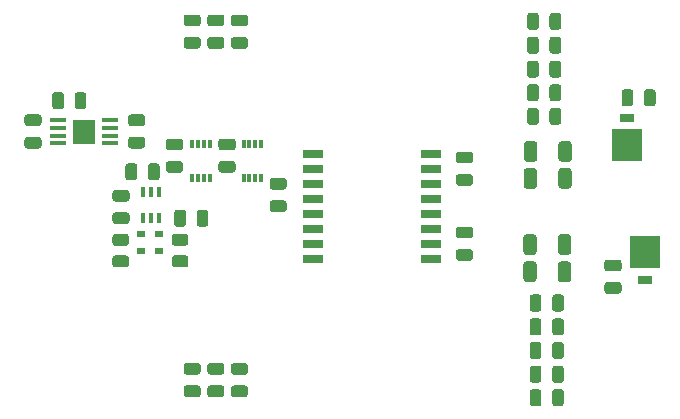
<source format=gtp>
G04 #@! TF.GenerationSoftware,KiCad,Pcbnew,(5.1.6)-1*
G04 #@! TF.CreationDate,2021-04-15T23:13:23+02:00*
G04 #@! TF.ProjectId,GateDriver,47617465-4472-4697-9665-722e6b696361,rev?*
G04 #@! TF.SameCoordinates,Original*
G04 #@! TF.FileFunction,Paste,Top*
G04 #@! TF.FilePolarity,Positive*
%FSLAX46Y46*%
G04 Gerber Fmt 4.6, Leading zero omitted, Abs format (unit mm)*
G04 Created by KiCad (PCBNEW (5.1.6)-1) date 2021-04-15 23:13:23*
%MOMM*%
%LPD*%
G01*
G04 APERTURE LIST*
%ADD10R,1.270000X0.762000*%
%ADD11R,2.540000X2.670000*%
%ADD12R,0.700000X0.600000*%
%ADD13R,0.400000X0.900000*%
%ADD14R,0.300000X0.800000*%
%ADD15R,1.846000X2.150000*%
%ADD16R,1.400000X0.450000*%
%ADD17R,1.800000X0.650000*%
G04 APERTURE END LIST*
D10*
X112625000Y-73701000D03*
D11*
X112625000Y-71350000D03*
D10*
X111100000Y-59974000D03*
D11*
X111100000Y-62325000D03*
D12*
X71475000Y-71250000D03*
X71475000Y-69850000D03*
X69950000Y-69850000D03*
X69950000Y-71250000D03*
G36*
G01*
X68700000Y-67100000D02*
X67750000Y-67100000D01*
G75*
G02*
X67500000Y-66850000I0J250000D01*
G01*
X67500000Y-66350000D01*
G75*
G02*
X67750000Y-66100000I250000J0D01*
G01*
X68700000Y-66100000D01*
G75*
G02*
X68950000Y-66350000I0J-250000D01*
G01*
X68950000Y-66850000D01*
G75*
G02*
X68700000Y-67100000I-250000J0D01*
G01*
G37*
G36*
G01*
X68700000Y-69000000D02*
X67750000Y-69000000D01*
G75*
G02*
X67500000Y-68750000I0J250000D01*
G01*
X67500000Y-68250000D01*
G75*
G02*
X67750000Y-68000000I250000J0D01*
G01*
X68700000Y-68000000D01*
G75*
G02*
X68950000Y-68250000I0J-250000D01*
G01*
X68950000Y-68750000D01*
G75*
G02*
X68700000Y-69000000I-250000J0D01*
G01*
G37*
G36*
G01*
X74625000Y-68975000D02*
X74625000Y-68025000D01*
G75*
G02*
X74875000Y-67775000I250000J0D01*
G01*
X75375000Y-67775000D01*
G75*
G02*
X75625000Y-68025000I0J-250000D01*
G01*
X75625000Y-68975000D01*
G75*
G02*
X75375000Y-69225000I-250000J0D01*
G01*
X74875000Y-69225000D01*
G75*
G02*
X74625000Y-68975000I0J250000D01*
G01*
G37*
G36*
G01*
X72725000Y-68975000D02*
X72725000Y-68025000D01*
G75*
G02*
X72975000Y-67775000I250000J0D01*
G01*
X73475000Y-67775000D01*
G75*
G02*
X73725000Y-68025000I0J-250000D01*
G01*
X73725000Y-68975000D01*
G75*
G02*
X73475000Y-69225000I-250000J0D01*
G01*
X72975000Y-69225000D01*
G75*
G02*
X72725000Y-68975000I0J250000D01*
G01*
G37*
G36*
G01*
X72774999Y-71637500D02*
X73675001Y-71637500D01*
G75*
G02*
X73925000Y-71887499I0J-249999D01*
G01*
X73925000Y-72412501D01*
G75*
G02*
X73675001Y-72662500I-249999J0D01*
G01*
X72774999Y-72662500D01*
G75*
G02*
X72525000Y-72412501I0J249999D01*
G01*
X72525000Y-71887499D01*
G75*
G02*
X72774999Y-71637500I249999J0D01*
G01*
G37*
G36*
G01*
X72774999Y-69812500D02*
X73675001Y-69812500D01*
G75*
G02*
X73925000Y-70062499I0J-249999D01*
G01*
X73925000Y-70587501D01*
G75*
G02*
X73675001Y-70837500I-249999J0D01*
G01*
X72774999Y-70837500D01*
G75*
G02*
X72525000Y-70587501I0J249999D01*
G01*
X72525000Y-70062499D01*
G75*
G02*
X72774999Y-69812500I249999J0D01*
G01*
G37*
G36*
G01*
X67749999Y-71637500D02*
X68650001Y-71637500D01*
G75*
G02*
X68900000Y-71887499I0J-249999D01*
G01*
X68900000Y-72412501D01*
G75*
G02*
X68650001Y-72662500I-249999J0D01*
G01*
X67749999Y-72662500D01*
G75*
G02*
X67500000Y-72412501I0J249999D01*
G01*
X67500000Y-71887499D01*
G75*
G02*
X67749999Y-71637500I249999J0D01*
G01*
G37*
G36*
G01*
X67749999Y-69812500D02*
X68650001Y-69812500D01*
G75*
G02*
X68900000Y-70062499I0J-249999D01*
G01*
X68900000Y-70587501D01*
G75*
G02*
X68650001Y-70837500I-249999J0D01*
G01*
X67749999Y-70837500D01*
G75*
G02*
X67500000Y-70587501I0J249999D01*
G01*
X67500000Y-70062499D01*
G75*
G02*
X67749999Y-69812500I249999J0D01*
G01*
G37*
D13*
X71400000Y-68500000D03*
X71400000Y-66300000D03*
X70750000Y-68500000D03*
X70750000Y-66300000D03*
X70100000Y-68500000D03*
X70100000Y-66300000D03*
D14*
X75750000Y-65050000D03*
X75750000Y-62250000D03*
X75250000Y-65050000D03*
X75250000Y-62250000D03*
X74750000Y-65050000D03*
X74750000Y-62250000D03*
X74250000Y-65050000D03*
X74250000Y-62250000D03*
X80100000Y-65050000D03*
X80100000Y-62250000D03*
X79600000Y-65050000D03*
X79600000Y-62250000D03*
X79100000Y-65050000D03*
X79100000Y-62250000D03*
X78600000Y-65050000D03*
X78600000Y-62250000D03*
D15*
X65100000Y-61175000D03*
D16*
X62900000Y-62150000D03*
X67300000Y-62150000D03*
X62900000Y-61500000D03*
X67300000Y-61500000D03*
X62900000Y-60850000D03*
X67300000Y-60850000D03*
X62900000Y-60200000D03*
X67300000Y-60200000D03*
G36*
G01*
X103412500Y-72399999D02*
X103412500Y-73650001D01*
G75*
G02*
X103162501Y-73900000I-249999J0D01*
G01*
X102537499Y-73900000D01*
G75*
G02*
X102287500Y-73650001I0J249999D01*
G01*
X102287500Y-72399999D01*
G75*
G02*
X102537499Y-72150000I249999J0D01*
G01*
X103162501Y-72150000D01*
G75*
G02*
X103412500Y-72399999I0J-249999D01*
G01*
G37*
G36*
G01*
X106337500Y-72399999D02*
X106337500Y-73650001D01*
G75*
G02*
X106087501Y-73900000I-249999J0D01*
G01*
X105462499Y-73900000D01*
G75*
G02*
X105212500Y-73650001I0J249999D01*
G01*
X105212500Y-72399999D01*
G75*
G02*
X105462499Y-72150000I249999J0D01*
G01*
X106087501Y-72150000D01*
G75*
G02*
X106337500Y-72399999I0J-249999D01*
G01*
G37*
G36*
G01*
X103412500Y-70099999D02*
X103412500Y-71350001D01*
G75*
G02*
X103162501Y-71600000I-249999J0D01*
G01*
X102537499Y-71600000D01*
G75*
G02*
X102287500Y-71350001I0J249999D01*
G01*
X102287500Y-70099999D01*
G75*
G02*
X102537499Y-69850000I249999J0D01*
G01*
X103162501Y-69850000D01*
G75*
G02*
X103412500Y-70099999I0J-249999D01*
G01*
G37*
G36*
G01*
X106337500Y-70099999D02*
X106337500Y-71350001D01*
G75*
G02*
X106087501Y-71600000I-249999J0D01*
G01*
X105462499Y-71600000D01*
G75*
G02*
X105212500Y-71350001I0J249999D01*
G01*
X105212500Y-70099999D01*
G75*
G02*
X105462499Y-69850000I249999J0D01*
G01*
X106087501Y-69850000D01*
G75*
G02*
X106337500Y-70099999I0J-249999D01*
G01*
G37*
G36*
G01*
X103462500Y-62224999D02*
X103462500Y-63475001D01*
G75*
G02*
X103212501Y-63725000I-249999J0D01*
G01*
X102587499Y-63725000D01*
G75*
G02*
X102337500Y-63475001I0J249999D01*
G01*
X102337500Y-62224999D01*
G75*
G02*
X102587499Y-61975000I249999J0D01*
G01*
X103212501Y-61975000D01*
G75*
G02*
X103462500Y-62224999I0J-249999D01*
G01*
G37*
G36*
G01*
X106387500Y-62224999D02*
X106387500Y-63475001D01*
G75*
G02*
X106137501Y-63725000I-249999J0D01*
G01*
X105512499Y-63725000D01*
G75*
G02*
X105262500Y-63475001I0J249999D01*
G01*
X105262500Y-62224999D01*
G75*
G02*
X105512499Y-61975000I249999J0D01*
G01*
X106137501Y-61975000D01*
G75*
G02*
X106387500Y-62224999I0J-249999D01*
G01*
G37*
G36*
G01*
X103450000Y-64499999D02*
X103450000Y-65750001D01*
G75*
G02*
X103200001Y-66000000I-249999J0D01*
G01*
X102574999Y-66000000D01*
G75*
G02*
X102325000Y-65750001I0J249999D01*
G01*
X102325000Y-64499999D01*
G75*
G02*
X102574999Y-64250000I249999J0D01*
G01*
X103200001Y-64250000D01*
G75*
G02*
X103450000Y-64499999I0J-249999D01*
G01*
G37*
G36*
G01*
X106375000Y-64499999D02*
X106375000Y-65750001D01*
G75*
G02*
X106125001Y-66000000I-249999J0D01*
G01*
X105499999Y-66000000D01*
G75*
G02*
X105250000Y-65750001I0J249999D01*
G01*
X105250000Y-64499999D01*
G75*
G02*
X105499999Y-64250000I249999J0D01*
G01*
X106125001Y-64250000D01*
G75*
G02*
X106375000Y-64499999I0J-249999D01*
G01*
G37*
G36*
G01*
X76725000Y-63650000D02*
X77675000Y-63650000D01*
G75*
G02*
X77925000Y-63900000I0J-250000D01*
G01*
X77925000Y-64400000D01*
G75*
G02*
X77675000Y-64650000I-250000J0D01*
G01*
X76725000Y-64650000D01*
G75*
G02*
X76475000Y-64400000I0J250000D01*
G01*
X76475000Y-63900000D01*
G75*
G02*
X76725000Y-63650000I250000J0D01*
G01*
G37*
G36*
G01*
X76725000Y-61750000D02*
X77675000Y-61750000D01*
G75*
G02*
X77925000Y-62000000I0J-250000D01*
G01*
X77925000Y-62500000D01*
G75*
G02*
X77675000Y-62750000I-250000J0D01*
G01*
X76725000Y-62750000D01*
G75*
G02*
X76475000Y-62500000I0J250000D01*
G01*
X76475000Y-62000000D01*
G75*
G02*
X76725000Y-61750000I250000J0D01*
G01*
G37*
G36*
G01*
X72275000Y-63650000D02*
X73225000Y-63650000D01*
G75*
G02*
X73475000Y-63900000I0J-250000D01*
G01*
X73475000Y-64400000D01*
G75*
G02*
X73225000Y-64650000I-250000J0D01*
G01*
X72275000Y-64650000D01*
G75*
G02*
X72025000Y-64400000I0J250000D01*
G01*
X72025000Y-63900000D01*
G75*
G02*
X72275000Y-63650000I250000J0D01*
G01*
G37*
G36*
G01*
X72275000Y-61750000D02*
X73225000Y-61750000D01*
G75*
G02*
X73475000Y-62000000I0J-250000D01*
G01*
X73475000Y-62500000D01*
G75*
G02*
X73225000Y-62750000I-250000J0D01*
G01*
X72275000Y-62750000D01*
G75*
G02*
X72025000Y-62500000I0J250000D01*
G01*
X72025000Y-62000000D01*
G75*
G02*
X72275000Y-61750000I250000J0D01*
G01*
G37*
G36*
G01*
X69600000Y-64100000D02*
X69600000Y-65050000D01*
G75*
G02*
X69350000Y-65300000I-250000J0D01*
G01*
X68850000Y-65300000D01*
G75*
G02*
X68600000Y-65050000I0J250000D01*
G01*
X68600000Y-64100000D01*
G75*
G02*
X68850000Y-63850000I250000J0D01*
G01*
X69350000Y-63850000D01*
G75*
G02*
X69600000Y-64100000I0J-250000D01*
G01*
G37*
G36*
G01*
X71500000Y-64100000D02*
X71500000Y-65050000D01*
G75*
G02*
X71250000Y-65300000I-250000J0D01*
G01*
X70750000Y-65300000D01*
G75*
G02*
X70500000Y-65050000I0J250000D01*
G01*
X70500000Y-64100000D01*
G75*
G02*
X70750000Y-63850000I250000J0D01*
G01*
X71250000Y-63850000D01*
G75*
G02*
X71500000Y-64100000I0J-250000D01*
G01*
G37*
G36*
G01*
X103825000Y-75200000D02*
X103825000Y-76150000D01*
G75*
G02*
X103575000Y-76400000I-250000J0D01*
G01*
X103075000Y-76400000D01*
G75*
G02*
X102825000Y-76150000I0J250000D01*
G01*
X102825000Y-75200000D01*
G75*
G02*
X103075000Y-74950000I250000J0D01*
G01*
X103575000Y-74950000D01*
G75*
G02*
X103825000Y-75200000I0J-250000D01*
G01*
G37*
G36*
G01*
X105725000Y-75200000D02*
X105725000Y-76150000D01*
G75*
G02*
X105475000Y-76400000I-250000J0D01*
G01*
X104975000Y-76400000D01*
G75*
G02*
X104725000Y-76150000I0J250000D01*
G01*
X104725000Y-75200000D01*
G75*
G02*
X104975000Y-74950000I250000J0D01*
G01*
X105475000Y-74950000D01*
G75*
G02*
X105725000Y-75200000I0J-250000D01*
G01*
G37*
G36*
G01*
X103825000Y-77225000D02*
X103825000Y-78175000D01*
G75*
G02*
X103575000Y-78425000I-250000J0D01*
G01*
X103075000Y-78425000D01*
G75*
G02*
X102825000Y-78175000I0J250000D01*
G01*
X102825000Y-77225000D01*
G75*
G02*
X103075000Y-76975000I250000J0D01*
G01*
X103575000Y-76975000D01*
G75*
G02*
X103825000Y-77225000I0J-250000D01*
G01*
G37*
G36*
G01*
X105725000Y-77225000D02*
X105725000Y-78175000D01*
G75*
G02*
X105475000Y-78425000I-250000J0D01*
G01*
X104975000Y-78425000D01*
G75*
G02*
X104725000Y-78175000I0J250000D01*
G01*
X104725000Y-77225000D01*
G75*
G02*
X104975000Y-76975000I250000J0D01*
G01*
X105475000Y-76975000D01*
G75*
G02*
X105725000Y-77225000I0J-250000D01*
G01*
G37*
G36*
G01*
X103825000Y-79225000D02*
X103825000Y-80175000D01*
G75*
G02*
X103575000Y-80425000I-250000J0D01*
G01*
X103075000Y-80425000D01*
G75*
G02*
X102825000Y-80175000I0J250000D01*
G01*
X102825000Y-79225000D01*
G75*
G02*
X103075000Y-78975000I250000J0D01*
G01*
X103575000Y-78975000D01*
G75*
G02*
X103825000Y-79225000I0J-250000D01*
G01*
G37*
G36*
G01*
X105725000Y-79225000D02*
X105725000Y-80175000D01*
G75*
G02*
X105475000Y-80425000I-250000J0D01*
G01*
X104975000Y-80425000D01*
G75*
G02*
X104725000Y-80175000I0J250000D01*
G01*
X104725000Y-79225000D01*
G75*
G02*
X104975000Y-78975000I250000J0D01*
G01*
X105475000Y-78975000D01*
G75*
G02*
X105725000Y-79225000I0J-250000D01*
G01*
G37*
G36*
G01*
X103825000Y-81225000D02*
X103825000Y-82175000D01*
G75*
G02*
X103575000Y-82425000I-250000J0D01*
G01*
X103075000Y-82425000D01*
G75*
G02*
X102825000Y-82175000I0J250000D01*
G01*
X102825000Y-81225000D01*
G75*
G02*
X103075000Y-80975000I250000J0D01*
G01*
X103575000Y-80975000D01*
G75*
G02*
X103825000Y-81225000I0J-250000D01*
G01*
G37*
G36*
G01*
X105725000Y-81225000D02*
X105725000Y-82175000D01*
G75*
G02*
X105475000Y-82425000I-250000J0D01*
G01*
X104975000Y-82425000D01*
G75*
G02*
X104725000Y-82175000I0J250000D01*
G01*
X104725000Y-81225000D01*
G75*
G02*
X104975000Y-80975000I250000J0D01*
G01*
X105475000Y-80975000D01*
G75*
G02*
X105725000Y-81225000I0J-250000D01*
G01*
G37*
G36*
G01*
X103825000Y-83225000D02*
X103825000Y-84175000D01*
G75*
G02*
X103575000Y-84425000I-250000J0D01*
G01*
X103075000Y-84425000D01*
G75*
G02*
X102825000Y-84175000I0J250000D01*
G01*
X102825000Y-83225000D01*
G75*
G02*
X103075000Y-82975000I250000J0D01*
G01*
X103575000Y-82975000D01*
G75*
G02*
X103825000Y-83225000I0J-250000D01*
G01*
G37*
G36*
G01*
X105725000Y-83225000D02*
X105725000Y-84175000D01*
G75*
G02*
X105475000Y-84425000I-250000J0D01*
G01*
X104975000Y-84425000D01*
G75*
G02*
X104725000Y-84175000I0J250000D01*
G01*
X104725000Y-83225000D01*
G75*
G02*
X104975000Y-82975000I250000J0D01*
G01*
X105475000Y-82975000D01*
G75*
G02*
X105725000Y-83225000I0J-250000D01*
G01*
G37*
G36*
G01*
X77775000Y-82650000D02*
X78725000Y-82650000D01*
G75*
G02*
X78975000Y-82900000I0J-250000D01*
G01*
X78975000Y-83400000D01*
G75*
G02*
X78725000Y-83650000I-250000J0D01*
G01*
X77775000Y-83650000D01*
G75*
G02*
X77525000Y-83400000I0J250000D01*
G01*
X77525000Y-82900000D01*
G75*
G02*
X77775000Y-82650000I250000J0D01*
G01*
G37*
G36*
G01*
X77775000Y-80750000D02*
X78725000Y-80750000D01*
G75*
G02*
X78975000Y-81000000I0J-250000D01*
G01*
X78975000Y-81500000D01*
G75*
G02*
X78725000Y-81750000I-250000J0D01*
G01*
X77775000Y-81750000D01*
G75*
G02*
X77525000Y-81500000I0J250000D01*
G01*
X77525000Y-81000000D01*
G75*
G02*
X77775000Y-80750000I250000J0D01*
G01*
G37*
G36*
G01*
X75775000Y-82650000D02*
X76725000Y-82650000D01*
G75*
G02*
X76975000Y-82900000I0J-250000D01*
G01*
X76975000Y-83400000D01*
G75*
G02*
X76725000Y-83650000I-250000J0D01*
G01*
X75775000Y-83650000D01*
G75*
G02*
X75525000Y-83400000I0J250000D01*
G01*
X75525000Y-82900000D01*
G75*
G02*
X75775000Y-82650000I250000J0D01*
G01*
G37*
G36*
G01*
X75775000Y-80750000D02*
X76725000Y-80750000D01*
G75*
G02*
X76975000Y-81000000I0J-250000D01*
G01*
X76975000Y-81500000D01*
G75*
G02*
X76725000Y-81750000I-250000J0D01*
G01*
X75775000Y-81750000D01*
G75*
G02*
X75525000Y-81500000I0J250000D01*
G01*
X75525000Y-81000000D01*
G75*
G02*
X75775000Y-80750000I250000J0D01*
G01*
G37*
G36*
G01*
X73775000Y-82650000D02*
X74725000Y-82650000D01*
G75*
G02*
X74975000Y-82900000I0J-250000D01*
G01*
X74975000Y-83400000D01*
G75*
G02*
X74725000Y-83650000I-250000J0D01*
G01*
X73775000Y-83650000D01*
G75*
G02*
X73525000Y-83400000I0J250000D01*
G01*
X73525000Y-82900000D01*
G75*
G02*
X73775000Y-82650000I250000J0D01*
G01*
G37*
G36*
G01*
X73775000Y-80750000D02*
X74725000Y-80750000D01*
G75*
G02*
X74975000Y-81000000I0J-250000D01*
G01*
X74975000Y-81500000D01*
G75*
G02*
X74725000Y-81750000I-250000J0D01*
G01*
X73775000Y-81750000D01*
G75*
G02*
X73525000Y-81500000I0J250000D01*
G01*
X73525000Y-81000000D01*
G75*
G02*
X73775000Y-80750000I250000J0D01*
G01*
G37*
G36*
G01*
X110350000Y-73000000D02*
X109400000Y-73000000D01*
G75*
G02*
X109150000Y-72750000I0J250000D01*
G01*
X109150000Y-72250000D01*
G75*
G02*
X109400000Y-72000000I250000J0D01*
G01*
X110350000Y-72000000D01*
G75*
G02*
X110600000Y-72250000I0J-250000D01*
G01*
X110600000Y-72750000D01*
G75*
G02*
X110350000Y-73000000I-250000J0D01*
G01*
G37*
G36*
G01*
X110350000Y-74900000D02*
X109400000Y-74900000D01*
G75*
G02*
X109150000Y-74650000I0J250000D01*
G01*
X109150000Y-74150000D01*
G75*
G02*
X109400000Y-73900000I250000J0D01*
G01*
X110350000Y-73900000D01*
G75*
G02*
X110600000Y-74150000I0J-250000D01*
G01*
X110600000Y-74650000D01*
G75*
G02*
X110350000Y-74900000I-250000J0D01*
G01*
G37*
G36*
G01*
X97775000Y-70200000D02*
X96825000Y-70200000D01*
G75*
G02*
X96575000Y-69950000I0J250000D01*
G01*
X96575000Y-69450000D01*
G75*
G02*
X96825000Y-69200000I250000J0D01*
G01*
X97775000Y-69200000D01*
G75*
G02*
X98025000Y-69450000I0J-250000D01*
G01*
X98025000Y-69950000D01*
G75*
G02*
X97775000Y-70200000I-250000J0D01*
G01*
G37*
G36*
G01*
X97775000Y-72100000D02*
X96825000Y-72100000D01*
G75*
G02*
X96575000Y-71850000I0J250000D01*
G01*
X96575000Y-71350000D01*
G75*
G02*
X96825000Y-71100000I250000J0D01*
G01*
X97775000Y-71100000D01*
G75*
G02*
X98025000Y-71350000I0J-250000D01*
G01*
X98025000Y-71850000D01*
G75*
G02*
X97775000Y-72100000I-250000J0D01*
G01*
G37*
G36*
G01*
X81050000Y-66975000D02*
X82000000Y-66975000D01*
G75*
G02*
X82250000Y-67225000I0J-250000D01*
G01*
X82250000Y-67725000D01*
G75*
G02*
X82000000Y-67975000I-250000J0D01*
G01*
X81050000Y-67975000D01*
G75*
G02*
X80800000Y-67725000I0J250000D01*
G01*
X80800000Y-67225000D01*
G75*
G02*
X81050000Y-66975000I250000J0D01*
G01*
G37*
G36*
G01*
X81050000Y-65075000D02*
X82000000Y-65075000D01*
G75*
G02*
X82250000Y-65325000I0J-250000D01*
G01*
X82250000Y-65825000D01*
G75*
G02*
X82000000Y-66075000I-250000J0D01*
G01*
X81050000Y-66075000D01*
G75*
G02*
X80800000Y-65825000I0J250000D01*
G01*
X80800000Y-65325000D01*
G75*
G02*
X81050000Y-65075000I250000J0D01*
G01*
G37*
G36*
G01*
X97775000Y-63850000D02*
X96825000Y-63850000D01*
G75*
G02*
X96575000Y-63600000I0J250000D01*
G01*
X96575000Y-63100000D01*
G75*
G02*
X96825000Y-62850000I250000J0D01*
G01*
X97775000Y-62850000D01*
G75*
G02*
X98025000Y-63100000I0J-250000D01*
G01*
X98025000Y-63600000D01*
G75*
G02*
X97775000Y-63850000I-250000J0D01*
G01*
G37*
G36*
G01*
X97775000Y-65750000D02*
X96825000Y-65750000D01*
G75*
G02*
X96575000Y-65500000I0J250000D01*
G01*
X96575000Y-65000000D01*
G75*
G02*
X96825000Y-64750000I250000J0D01*
G01*
X97775000Y-64750000D01*
G75*
G02*
X98025000Y-65000000I0J-250000D01*
G01*
X98025000Y-65500000D01*
G75*
G02*
X97775000Y-65750000I-250000J0D01*
G01*
G37*
G36*
G01*
X112500000Y-58775000D02*
X112500000Y-57825000D01*
G75*
G02*
X112750000Y-57575000I250000J0D01*
G01*
X113250000Y-57575000D01*
G75*
G02*
X113500000Y-57825000I0J-250000D01*
G01*
X113500000Y-58775000D01*
G75*
G02*
X113250000Y-59025000I-250000J0D01*
G01*
X112750000Y-59025000D01*
G75*
G02*
X112500000Y-58775000I0J250000D01*
G01*
G37*
G36*
G01*
X110600000Y-58775000D02*
X110600000Y-57825000D01*
G75*
G02*
X110850000Y-57575000I250000J0D01*
G01*
X111350000Y-57575000D01*
G75*
G02*
X111600000Y-57825000I0J-250000D01*
G01*
X111600000Y-58775000D01*
G75*
G02*
X111350000Y-59025000I-250000J0D01*
G01*
X110850000Y-59025000D01*
G75*
G02*
X110600000Y-58775000I0J250000D01*
G01*
G37*
G36*
G01*
X70025000Y-60700000D02*
X69075000Y-60700000D01*
G75*
G02*
X68825000Y-60450000I0J250000D01*
G01*
X68825000Y-59950000D01*
G75*
G02*
X69075000Y-59700000I250000J0D01*
G01*
X70025000Y-59700000D01*
G75*
G02*
X70275000Y-59950000I0J-250000D01*
G01*
X70275000Y-60450000D01*
G75*
G02*
X70025000Y-60700000I-250000J0D01*
G01*
G37*
G36*
G01*
X70025000Y-62600000D02*
X69075000Y-62600000D01*
G75*
G02*
X68825000Y-62350000I0J250000D01*
G01*
X68825000Y-61850000D01*
G75*
G02*
X69075000Y-61600000I250000J0D01*
G01*
X70025000Y-61600000D01*
G75*
G02*
X70275000Y-61850000I0J-250000D01*
G01*
X70275000Y-62350000D01*
G75*
G02*
X70025000Y-62600000I-250000J0D01*
G01*
G37*
G36*
G01*
X63400000Y-58075000D02*
X63400000Y-59025000D01*
G75*
G02*
X63150000Y-59275000I-250000J0D01*
G01*
X62650000Y-59275000D01*
G75*
G02*
X62400000Y-59025000I0J250000D01*
G01*
X62400000Y-58075000D01*
G75*
G02*
X62650000Y-57825000I250000J0D01*
G01*
X63150000Y-57825000D01*
G75*
G02*
X63400000Y-58075000I0J-250000D01*
G01*
G37*
G36*
G01*
X65300000Y-58075000D02*
X65300000Y-59025000D01*
G75*
G02*
X65050000Y-59275000I-250000J0D01*
G01*
X64550000Y-59275000D01*
G75*
G02*
X64300000Y-59025000I0J250000D01*
G01*
X64300000Y-58075000D01*
G75*
G02*
X64550000Y-57825000I250000J0D01*
G01*
X65050000Y-57825000D01*
G75*
G02*
X65300000Y-58075000I0J-250000D01*
G01*
G37*
G36*
G01*
X61250000Y-60700000D02*
X60300000Y-60700000D01*
G75*
G02*
X60050000Y-60450000I0J250000D01*
G01*
X60050000Y-59950000D01*
G75*
G02*
X60300000Y-59700000I250000J0D01*
G01*
X61250000Y-59700000D01*
G75*
G02*
X61500000Y-59950000I0J-250000D01*
G01*
X61500000Y-60450000D01*
G75*
G02*
X61250000Y-60700000I-250000J0D01*
G01*
G37*
G36*
G01*
X61250000Y-62600000D02*
X60300000Y-62600000D01*
G75*
G02*
X60050000Y-62350000I0J250000D01*
G01*
X60050000Y-61850000D01*
G75*
G02*
X60300000Y-61600000I250000J0D01*
G01*
X61250000Y-61600000D01*
G75*
G02*
X61500000Y-61850000I0J-250000D01*
G01*
X61500000Y-62350000D01*
G75*
G02*
X61250000Y-62600000I-250000J0D01*
G01*
G37*
G36*
G01*
X103600000Y-59400000D02*
X103600000Y-60350000D01*
G75*
G02*
X103350000Y-60600000I-250000J0D01*
G01*
X102850000Y-60600000D01*
G75*
G02*
X102600000Y-60350000I0J250000D01*
G01*
X102600000Y-59400000D01*
G75*
G02*
X102850000Y-59150000I250000J0D01*
G01*
X103350000Y-59150000D01*
G75*
G02*
X103600000Y-59400000I0J-250000D01*
G01*
G37*
G36*
G01*
X105500000Y-59400000D02*
X105500000Y-60350000D01*
G75*
G02*
X105250000Y-60600000I-250000J0D01*
G01*
X104750000Y-60600000D01*
G75*
G02*
X104500000Y-60350000I0J250000D01*
G01*
X104500000Y-59400000D01*
G75*
G02*
X104750000Y-59150000I250000J0D01*
G01*
X105250000Y-59150000D01*
G75*
G02*
X105500000Y-59400000I0J-250000D01*
G01*
G37*
G36*
G01*
X103600000Y-57400000D02*
X103600000Y-58350000D01*
G75*
G02*
X103350000Y-58600000I-250000J0D01*
G01*
X102850000Y-58600000D01*
G75*
G02*
X102600000Y-58350000I0J250000D01*
G01*
X102600000Y-57400000D01*
G75*
G02*
X102850000Y-57150000I250000J0D01*
G01*
X103350000Y-57150000D01*
G75*
G02*
X103600000Y-57400000I0J-250000D01*
G01*
G37*
G36*
G01*
X105500000Y-57400000D02*
X105500000Y-58350000D01*
G75*
G02*
X105250000Y-58600000I-250000J0D01*
G01*
X104750000Y-58600000D01*
G75*
G02*
X104500000Y-58350000I0J250000D01*
G01*
X104500000Y-57400000D01*
G75*
G02*
X104750000Y-57150000I250000J0D01*
G01*
X105250000Y-57150000D01*
G75*
G02*
X105500000Y-57400000I0J-250000D01*
G01*
G37*
G36*
G01*
X103600000Y-55400000D02*
X103600000Y-56350000D01*
G75*
G02*
X103350000Y-56600000I-250000J0D01*
G01*
X102850000Y-56600000D01*
G75*
G02*
X102600000Y-56350000I0J250000D01*
G01*
X102600000Y-55400000D01*
G75*
G02*
X102850000Y-55150000I250000J0D01*
G01*
X103350000Y-55150000D01*
G75*
G02*
X103600000Y-55400000I0J-250000D01*
G01*
G37*
G36*
G01*
X105500000Y-55400000D02*
X105500000Y-56350000D01*
G75*
G02*
X105250000Y-56600000I-250000J0D01*
G01*
X104750000Y-56600000D01*
G75*
G02*
X104500000Y-56350000I0J250000D01*
G01*
X104500000Y-55400000D01*
G75*
G02*
X104750000Y-55150000I250000J0D01*
G01*
X105250000Y-55150000D01*
G75*
G02*
X105500000Y-55400000I0J-250000D01*
G01*
G37*
G36*
G01*
X103600000Y-53375000D02*
X103600000Y-54325000D01*
G75*
G02*
X103350000Y-54575000I-250000J0D01*
G01*
X102850000Y-54575000D01*
G75*
G02*
X102600000Y-54325000I0J250000D01*
G01*
X102600000Y-53375000D01*
G75*
G02*
X102850000Y-53125000I250000J0D01*
G01*
X103350000Y-53125000D01*
G75*
G02*
X103600000Y-53375000I0J-250000D01*
G01*
G37*
G36*
G01*
X105500000Y-53375000D02*
X105500000Y-54325000D01*
G75*
G02*
X105250000Y-54575000I-250000J0D01*
G01*
X104750000Y-54575000D01*
G75*
G02*
X104500000Y-54325000I0J250000D01*
G01*
X104500000Y-53375000D01*
G75*
G02*
X104750000Y-53125000I250000J0D01*
G01*
X105250000Y-53125000D01*
G75*
G02*
X105500000Y-53375000I0J-250000D01*
G01*
G37*
G36*
G01*
X103600000Y-51350000D02*
X103600000Y-52300000D01*
G75*
G02*
X103350000Y-52550000I-250000J0D01*
G01*
X102850000Y-52550000D01*
G75*
G02*
X102600000Y-52300000I0J250000D01*
G01*
X102600000Y-51350000D01*
G75*
G02*
X102850000Y-51100000I250000J0D01*
G01*
X103350000Y-51100000D01*
G75*
G02*
X103600000Y-51350000I0J-250000D01*
G01*
G37*
G36*
G01*
X105500000Y-51350000D02*
X105500000Y-52300000D01*
G75*
G02*
X105250000Y-52550000I-250000J0D01*
G01*
X104750000Y-52550000D01*
G75*
G02*
X104500000Y-52300000I0J250000D01*
G01*
X104500000Y-51350000D01*
G75*
G02*
X104750000Y-51100000I250000J0D01*
G01*
X105250000Y-51100000D01*
G75*
G02*
X105500000Y-51350000I0J-250000D01*
G01*
G37*
G36*
G01*
X78725000Y-52250000D02*
X77775000Y-52250000D01*
G75*
G02*
X77525000Y-52000000I0J250000D01*
G01*
X77525000Y-51500000D01*
G75*
G02*
X77775000Y-51250000I250000J0D01*
G01*
X78725000Y-51250000D01*
G75*
G02*
X78975000Y-51500000I0J-250000D01*
G01*
X78975000Y-52000000D01*
G75*
G02*
X78725000Y-52250000I-250000J0D01*
G01*
G37*
G36*
G01*
X78725000Y-54150000D02*
X77775000Y-54150000D01*
G75*
G02*
X77525000Y-53900000I0J250000D01*
G01*
X77525000Y-53400000D01*
G75*
G02*
X77775000Y-53150000I250000J0D01*
G01*
X78725000Y-53150000D01*
G75*
G02*
X78975000Y-53400000I0J-250000D01*
G01*
X78975000Y-53900000D01*
G75*
G02*
X78725000Y-54150000I-250000J0D01*
G01*
G37*
G36*
G01*
X76725000Y-52250000D02*
X75775000Y-52250000D01*
G75*
G02*
X75525000Y-52000000I0J250000D01*
G01*
X75525000Y-51500000D01*
G75*
G02*
X75775000Y-51250000I250000J0D01*
G01*
X76725000Y-51250000D01*
G75*
G02*
X76975000Y-51500000I0J-250000D01*
G01*
X76975000Y-52000000D01*
G75*
G02*
X76725000Y-52250000I-250000J0D01*
G01*
G37*
G36*
G01*
X76725000Y-54150000D02*
X75775000Y-54150000D01*
G75*
G02*
X75525000Y-53900000I0J250000D01*
G01*
X75525000Y-53400000D01*
G75*
G02*
X75775000Y-53150000I250000J0D01*
G01*
X76725000Y-53150000D01*
G75*
G02*
X76975000Y-53400000I0J-250000D01*
G01*
X76975000Y-53900000D01*
G75*
G02*
X76725000Y-54150000I-250000J0D01*
G01*
G37*
G36*
G01*
X74725000Y-52250000D02*
X73775000Y-52250000D01*
G75*
G02*
X73525000Y-52000000I0J250000D01*
G01*
X73525000Y-51500000D01*
G75*
G02*
X73775000Y-51250000I250000J0D01*
G01*
X74725000Y-51250000D01*
G75*
G02*
X74975000Y-51500000I0J-250000D01*
G01*
X74975000Y-52000000D01*
G75*
G02*
X74725000Y-52250000I-250000J0D01*
G01*
G37*
G36*
G01*
X74725000Y-54150000D02*
X73775000Y-54150000D01*
G75*
G02*
X73525000Y-53900000I0J250000D01*
G01*
X73525000Y-53400000D01*
G75*
G02*
X73775000Y-53150000I250000J0D01*
G01*
X74725000Y-53150000D01*
G75*
G02*
X74975000Y-53400000I0J-250000D01*
G01*
X74975000Y-53900000D01*
G75*
G02*
X74725000Y-54150000I-250000J0D01*
G01*
G37*
D17*
X94475000Y-63030000D03*
X84475000Y-63030000D03*
X94475000Y-64300000D03*
X84475000Y-64300000D03*
X94475000Y-65570000D03*
X84475000Y-65570000D03*
X94475000Y-66840000D03*
X84475000Y-66840000D03*
X94475000Y-68110000D03*
X84475000Y-68110000D03*
X94475000Y-69380000D03*
X84475000Y-69380000D03*
X94475000Y-70650000D03*
X84475000Y-70650000D03*
X94475000Y-71920000D03*
X84475000Y-71920000D03*
M02*

</source>
